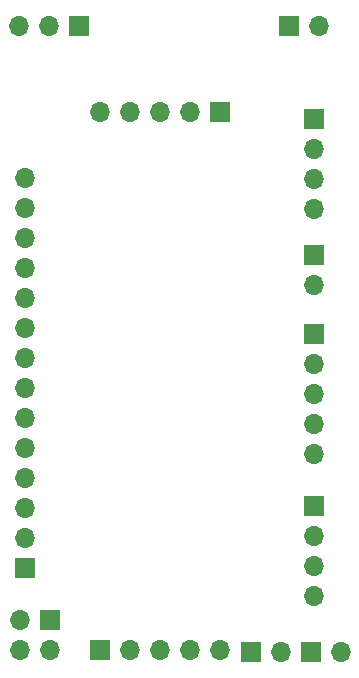
<source format=gbs>
G04 #@! TF.GenerationSoftware,KiCad,Pcbnew,(5.1.6-0-10_14)*
G04 #@! TF.CreationDate,2021-04-27T17:40:20+09:00*
G04 #@! TF.ProjectId,qPCR-panel_20210427,71504352-2d70-4616-9e65-6c5f32303231,rev?*
G04 #@! TF.SameCoordinates,Original*
G04 #@! TF.FileFunction,Soldermask,Bot*
G04 #@! TF.FilePolarity,Negative*
%FSLAX46Y46*%
G04 Gerber Fmt 4.6, Leading zero omitted, Abs format (unit mm)*
G04 Created by KiCad (PCBNEW (5.1.6-0-10_14)) date 2021-04-27 17:40:20*
%MOMM*%
%LPD*%
G01*
G04 APERTURE LIST*
%ADD10O,1.700000X1.700000*%
%ADD11R,1.700000X1.700000*%
G04 APERTURE END LIST*
D10*
X103220000Y-73700000D03*
X105760000Y-73700000D03*
D11*
X108300000Y-73700000D03*
X126080000Y-73700000D03*
D10*
X128620000Y-73700000D03*
X103730000Y-86540000D03*
X103730000Y-89080000D03*
X103730000Y-91620000D03*
X103730000Y-94160000D03*
X103730000Y-96700000D03*
X103730000Y-99240000D03*
X103730000Y-101780000D03*
X103730000Y-104320000D03*
X103730000Y-106860000D03*
X103730000Y-109400000D03*
X103730000Y-111940000D03*
X103730000Y-114480000D03*
X103730000Y-117020000D03*
D11*
X103730000Y-119560000D03*
X127980000Y-126690000D03*
D10*
X130520000Y-126690000D03*
X103360000Y-126560000D03*
X103360000Y-124020000D03*
X105900000Y-126560000D03*
D11*
X105900000Y-124020000D03*
D10*
X128200000Y-109920000D03*
X128200000Y-107380000D03*
X128200000Y-104840000D03*
X128200000Y-102300000D03*
D11*
X128200000Y-99760000D03*
D10*
X128200000Y-95600000D03*
D11*
X128200000Y-93060000D03*
D10*
X128200000Y-121980000D03*
X128200000Y-119440000D03*
X128200000Y-116900000D03*
D11*
X128200000Y-114360000D03*
D10*
X120298000Y-126560000D03*
X117758000Y-126560000D03*
X115218000Y-126560000D03*
X112678000Y-126560000D03*
D11*
X110138000Y-126560000D03*
X120298000Y-81000000D03*
D10*
X117758000Y-81000000D03*
X115218000Y-81000000D03*
X112678000Y-81000000D03*
X110138000Y-81000000D03*
D11*
X122900000Y-126690000D03*
D10*
X125440000Y-126690000D03*
X128200000Y-89180000D03*
X128200000Y-86640000D03*
X128200000Y-84100000D03*
D11*
X128200000Y-81560000D03*
M02*

</source>
